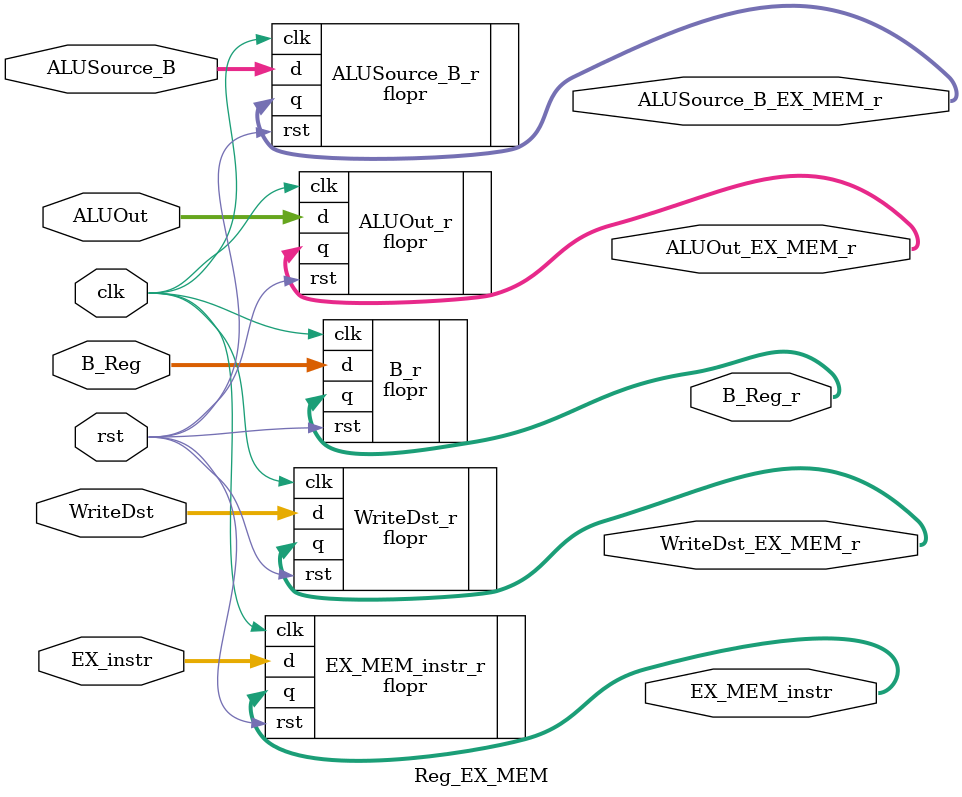
<source format=v>
`include "flopr.v"
module Reg_EX_MEM( clk, rst,
	EX_instr, EX_MEM_instr,
	ALUOut, ALUSource_B, WriteDst, 
	ALUOut_EX_MEM_r, ALUSource_B_EX_MEM_r, WriteDst_EX_MEM_r,
	B_Reg, B_Reg_r);

	
	input clk, rst;
	//input	[31:0]	ID_EX_PC_Add_r;
	input	[31:0]	EX_instr;
	input	[31:0]	ALUOut;
	input	[31:0]	ALUSource_B;
	input	[4:0]	WriteDst;
	input	[31:0]	B_Reg;
	
	//output	[31:0]	EX_MEM_PC_Add_r;
	output	[31:0]	EX_MEM_instr;
	output	[31:0]	ALUOut_EX_MEM_r;
	output	[31:0]	ALUSource_B_EX_MEM_r;
	output	[4:0]	WriteDst_EX_MEM_r;
	output	[31:0]	B_Reg_r;

	/*
	flopr #(.WIDTH(32))	PC_Add_r (
		.clk(clk), .rst(rst), .d(ID_EX_PC_Add_r), .q(EX_MEM_PC_Add_r)
	);
	*/
   
	flopr #(.WIDTH(32))	EX_MEM_instr_r (
		.clk(clk), .rst(rst), .d(EX_instr), .q(EX_MEM_instr)
	);

	flopr #(.WIDTH(32))	ALUOut_r(
		.clk(clk), .rst(rst), .d(ALUOut), .q(ALUOut_EX_MEM_r)
	);

	flopr #(.WIDTH(32))	ALUSource_B_r(
		.clk(clk), .rst(rst), .d(ALUSource_B), .q(ALUSource_B_EX_MEM_r)
	);

	flopr #(.WIDTH(5))	WriteDst_r(
		.clk(clk), .rst(rst), .d(WriteDst), .q(WriteDst_EX_MEM_r)
	);

	flopr #(.WIDTH(32)) B_r (
		.clk(clk), .rst(rst), .d(B_Reg), .q(B_Reg_r)
	);

endmodule

</source>
